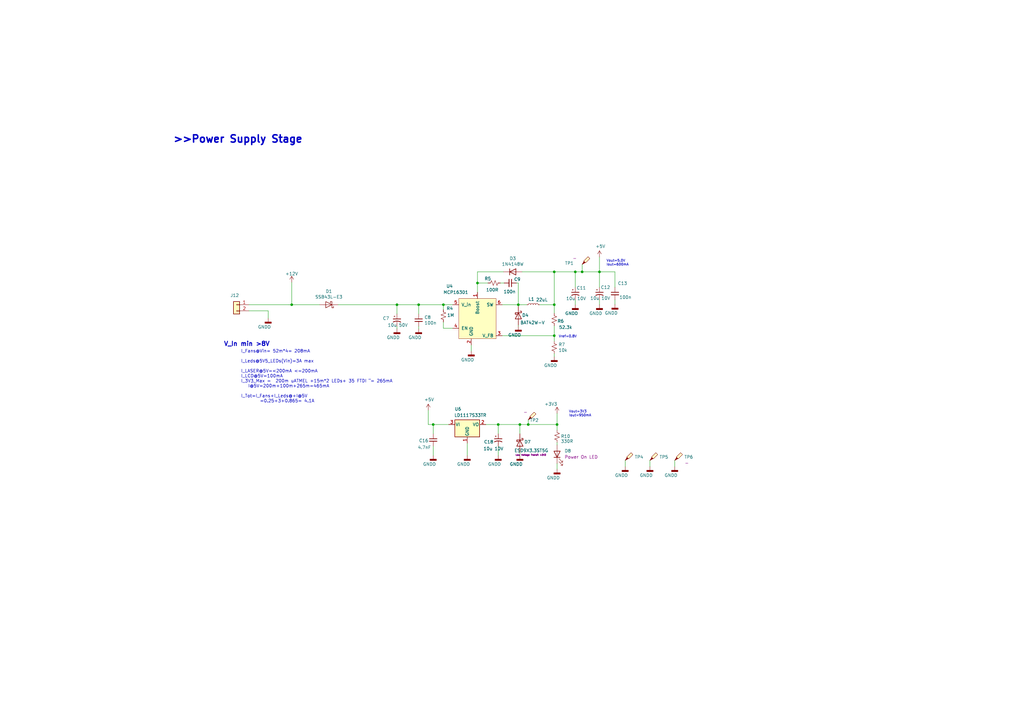
<source format=kicad_sch>
(kicad_sch (version 20211123) (generator eeschema)
  (paper "A3")
  (lib_symbols
    (symbol "Connector:TestPoint_Probe" (pin_numbers hide) (pin_names (offset 0.762) hide)
      (property "Reference" "TP" (at 1.651 5.842 0))
      (property "Value" "TestPoint_Probe" (at 1.651 4.064 0))
      (symbol "TestPoint_Probe_0_1"
        (polyline (pts (xy 1.27 0.762) (xy 0 0) (xy 0.762 1.27) (xy 1.27 0.762)) (fill (type outline)))
        (polyline (pts (xy 1.397 0.635) (xy 0.635 1.397) (xy 2.413 3.175) (xy 3.175 2.413) (xy 1.397 0.635)) (fill (type background)))
      )
      (symbol "TestPoint_Probe_1_1"
        (pin passive line (at 0 0 90) (length 0) (name "1") (number "1"))
      )
    )
    (symbol "Connector_Generic:Conn_01x02" (pin_names (offset 1.016) hide)
      (property "Reference" "J" (at 0 2.54 0))
      (property "Value" "Conn_01x02" (at 0 -5.08 0))
      (symbol "Conn_01x02_1_1"
        (rectangle (start -1.27 -2.413) (end 0 -2.667) (stroke (width 0.1524)))
        (rectangle (start -1.27 0.127) (end 0 -0.127) (stroke (width 0.1524)))
        (rectangle (start -1.27 1.27) (end 1.27 -3.81) (stroke (width 0.254)) (fill (type background)))
        (pin passive line (at -5.08 0 0) (length 3.81) (name "Pin_1") (number "1"))
        (pin passive line (at -5.08 -2.54 0) (length 3.81) (name "Pin_2") (number "2"))
      )
    )
    (symbol "Device:C_Polarized_Small_US" (pin_numbers hide) (pin_names (offset 0.254) hide)
      (property "Reference" "C" (at 0.254 1.778 0))
      (property "Value" "C_Polarized_Small_US" (at 0.254 -2.032 0))
      (symbol "C_Polarized_Small_US_0_1"
        (polyline (pts (xy -1.524 0.508) (xy 1.524 0.508)) (stroke (width 0.3048)))
        (polyline (pts (xy -1.27 1.524) (xy -0.762 1.524)))
        (polyline (pts (xy -1.016 1.27) (xy -1.016 1.778)))
        (arc (start 1.524 -0.762) (mid 0 -0.3734) (end -1.524 -0.762) (stroke (width 0.3048)))
      )
      (symbol "C_Polarized_Small_US_1_1"
        (pin passive line (at 0 2.54 270) (length 2.032) (name "~") (number "1"))
        (pin passive line (at 0 -2.54 90) (length 2.032) (name "~") (number "2"))
      )
    )
    (symbol "Device:C_Small" (pin_numbers hide) (pin_names (offset 0.254) hide)
      (property "Reference" "C" (at 0.254 1.778 0))
      (property "Value" "C_Small" (at 0.254 -2.032 0))
      (symbol "C_Small_0_1"
        (polyline (pts (xy -1.524 -0.508) (xy 1.524 -0.508)) (stroke (width 0.3302)))
        (polyline (pts (xy -1.524 0.508) (xy 1.524 0.508)) (stroke (width 0.3048)))
      )
      (symbol "C_Small_1_1"
        (pin passive line (at 0 2.54 270) (length 2.032) (name "~") (number "1"))
        (pin passive line (at 0 -2.54 90) (length 2.032) (name "~") (number "2"))
      )
    )
    (symbol "Device:D" (pin_numbers hide) (pin_names (offset 1.016) hide)
      (property "Reference" "D" (at 0 2.54 0))
      (property "Value" "D" (at 0 -2.54 0))
      (symbol "D_0_1"
        (polyline (pts (xy -1.27 1.27) (xy -1.27 -1.27)) (stroke (width 0.254)))
        (polyline (pts (xy 1.27 0) (xy -1.27 0)))
        (polyline (pts (xy 1.27 1.27) (xy 1.27 -1.27) (xy -1.27 0) (xy 1.27 1.27)) (stroke (width 0.254)))
      )
      (symbol "D_1_1"
        (pin passive line (at -3.81 0 0) (length 2.54) (name "K") (number "1"))
        (pin passive line (at 3.81 0 180) (length 2.54) (name "A") (number "2"))
      )
    )
    (symbol "Device:D_Schottky" (pin_numbers hide) (pin_names (offset 1.016) hide)
      (property "Reference" "D" (at 0 2.54 0))
      (property "Value" "D_Schottky" (at 0 -2.54 0))
      (symbol "D_Schottky_0_1"
        (polyline (pts (xy 1.27 0) (xy -1.27 0)))
        (polyline (pts (xy 1.27 1.27) (xy 1.27 -1.27) (xy -1.27 0) (xy 1.27 1.27)) (stroke (width 0.254)))
        (polyline (pts (xy -1.905 0.635) (xy -1.905 1.27) (xy -1.27 1.27) (xy -1.27 -1.27) (xy -0.635 -1.27) (xy -0.635 -0.635)) (stroke (width 0.254)))
      )
      (symbol "D_Schottky_1_1"
        (pin passive line (at -3.81 0 0) (length 2.54) (name "K") (number "1"))
        (pin passive line (at 3.81 0 180) (length 2.54) (name "A") (number "2"))
      )
    )
    (symbol "Device:LED" (pin_numbers hide) (pin_names (offset 1.016) hide)
      (property "Reference" "D" (at 0 2.54 0))
      (property "Value" "LED" (at 0 -2.54 0))
      (symbol "LED_0_1"
        (polyline (pts (xy -1.27 -1.27) (xy -1.27 1.27)) (stroke (width 0.254)))
        (polyline (pts (xy -1.27 0) (xy 1.27 0)))
        (polyline (pts (xy 1.27 -1.27) (xy 1.27 1.27) (xy -1.27 0) (xy 1.27 -1.27)) (stroke (width 0.254)))
        (polyline (pts (xy -3.048 -0.762) (xy -4.572 -2.286) (xy -3.81 -2.286) (xy -4.572 -2.286) (xy -4.572 -1.524)))
        (polyline (pts (xy -1.778 -0.762) (xy -3.302 -2.286) (xy -2.54 -2.286) (xy -3.302 -2.286) (xy -3.302 -1.524)))
      )
      (symbol "LED_1_1"
        (pin passive line (at -3.81 0 0) (length 2.54) (name "K") (number "1"))
        (pin passive line (at 3.81 0 180) (length 2.54) (name "A") (number "2"))
      )
    )
    (symbol "Device:L_Small" (pin_numbers hide) (pin_names (offset 0.254) hide)
      (property "Reference" "L" (at 0.762 1.016 0))
      (property "Value" "L_Small" (at 0.762 -1.016 0))
      (symbol "L_Small_0_1"
        (arc (start 0 -2.032) (mid 0.508 -1.524) (end 0 -1.016))
        (arc (start 0 -1.016) (mid 0.508 -0.508) (end 0 0))
        (arc (start 0 0) (mid 0.508 0.508) (end 0 1.016))
        (arc (start 0 1.016) (mid 0.508 1.524) (end 0 2.032))
      )
      (symbol "L_Small_1_1"
        (pin passive line (at 0 2.54 270) (length 0.508) (name "~") (number "1"))
        (pin passive line (at 0 -2.54 90) (length 0.508) (name "~") (number "2"))
      )
    )
    (symbol "Device:R_Small_US" (pin_numbers hide) (pin_names (offset 0.254) hide)
      (property "Reference" "R" (at 0.762 0.508 0))
      (property "Value" "R_Small_US" (at 0.762 -1.016 0))
      (symbol "R_Small_US_1_1"
        (polyline (pts (xy 0 0) (xy 1.016 -0.381) (xy 0 -0.762) (xy -1.016 -1.143) (xy 0 -1.524)))
        (polyline (pts (xy 0 1.524) (xy 1.016 1.143) (xy 0 0.762) (xy -1.016 0.381) (xy 0 0)))
        (pin passive line (at 0 2.54 270) (length 1.016) (name "~") (number "1"))
        (pin passive line (at 0 -2.54 90) (length 1.016) (name "~") (number "2"))
      )
    )
    (symbol "Regulator_Linear:LD1117S33TR_SOT223" (pin_names (offset 0.254))
      (property "Reference" "U" (at -3.81 3.175 0))
      (property "Value" "LD1117S33TR_SOT223" (at 0 3.175 0))
      (symbol "LD1117S33TR_SOT223_0_1"
        (rectangle (start -5.08 -5.08) (end 5.08 1.905) (stroke (width 0.254)) (fill (type background)))
      )
      (symbol "LD1117S33TR_SOT223_1_1"
        (pin power_in line (at 0 -7.62 90) (length 2.54) (name "GND") (number "1"))
        (pin power_out line (at 7.62 0 180) (length 2.54) (name "VO") (number "2"))
        (pin power_in line (at -7.62 0 0) (length 2.54) (name "VI") (number "3"))
      )
    )
    (symbol "VestibularVR H1-module v1.0 LIB:MCP16301" (pin_names (offset 1.016))
      (property "Reference" "U4" (at -11.43 12.7 0))
      (property "Value" "MCP16301" (at -8.89 10.16 0))
      (symbol "MCP16301_0_1"
        (rectangle (start -7.62 7.62) (end 7.62 -8.89) (stroke (width 0.127)) (fill (type background)))
      )
      (symbol "MCP16301_1_1"
        (pin passive line (at 0 10.16 270) (length 2.54) (name "Boost") (number "1"))
        (pin input line (at -2.54 -11.43 90) (length 2.54) (name "GND") (number "2"))
        (pin input line (at 10.16 -7.62 180) (length 2.54) (name "V_FB") (number "3"))
        (pin input line (at -10.16 -4.572 0) (length 2.54) (name "EN") (number "4"))
        (pin passive line (at -10.16 5.08 0) (length 2.54) (name "V_in") (number "5"))
        (pin output line (at 10.16 5.08 180) (length 2.54) (name "SW") (number "6"))
      )
    )
    (symbol "VestibularVR H1-module v1.0 LIB:SSB43L-E3" (pin_numbers hide) (pin_names (offset 1.016) hide)
      (property "Reference" "D1" (at 0 5.4864 0))
      (property "Value" "SSB43L-E3" (at 0 3.175 0))
      (symbol "SSB43L-E3_0_1"
        (polyline (pts (xy 1.27 0) (xy -1.27 0)))
        (polyline (pts (xy 1.27 1.27) (xy 1.27 -1.27) (xy -1.27 0) (xy 1.27 1.27)) (stroke (width 0.2032)))
        (polyline (pts (xy -1.905 0.635) (xy -1.905 1.27) (xy -1.27 1.27) (xy -1.27 -1.27) (xy -0.635 -1.27) (xy -0.635 -0.635)) (stroke (width 0.2032)))
      )
      (symbol "SSB43L-E3_1_1"
        (pin passive line (at -3.81 0 0) (length 2.54) (name "K") (number "1"))
        (pin passive line (at 3.81 0 180) (length 2.54) (name "A") (number "2"))
      )
    )
    (symbol "power:+12V" (power) (pin_names (offset 0))
      (property "Value" "+12V" (at 0 3.556 0))
      (symbol "+12V_0_1"
        (polyline (pts (xy -0.762 1.27) (xy 0 2.54)))
        (polyline (pts (xy 0 0) (xy 0 2.54)))
        (polyline (pts (xy 0 2.54) (xy 0.762 1.27)))
      )
      (symbol "+12V_1_1"
        (pin power_in line (at 0 0 90) (length 0) hide (name "+12V") (number "1"))
      )
    )
    (symbol "power:+3V3" (power) (pin_names (offset 0))
      (property "Value" "+3V3" (at 0 3.556 0))
      (symbol "+3V3_0_1"
        (polyline (pts (xy -0.762 1.27) (xy 0 2.54)))
        (polyline (pts (xy 0 0) (xy 0 2.54)))
        (polyline (pts (xy 0 2.54) (xy 0.762 1.27)))
      )
      (symbol "+3V3_1_1"
        (pin power_in line (at 0 0 90) (length 0) hide (name "+3V3") (number "1"))
      )
    )
    (symbol "power:+5V" (power) (pin_names (offset 0))
      (property "Value" "+5V" (at 0 3.556 0))
      (symbol "+5V_0_1"
        (polyline (pts (xy -0.762 1.27) (xy 0 2.54)))
        (polyline (pts (xy 0 0) (xy 0 2.54)))
        (polyline (pts (xy 0 2.54) (xy 0.762 1.27)))
      )
      (symbol "+5V_1_1"
        (pin power_in line (at 0 0 90) (length 0) hide (name "+5V") (number "1"))
      )
    )
    (symbol "power:GNDD" (power) (pin_names (offset 0))
      (property "Value" "GNDD" (at 0 -3.175 0))
      (symbol "GNDD_0_1"
        (rectangle (start -1.27 -1.524) (end 1.27 -2.032) (stroke (width 0.254)) (fill (type outline)))
        (polyline (pts (xy 0 0) (xy 0 -1.524)))
      )
      (symbol "GNDD_1_1"
        (pin power_in line (at 0 0 270) (length 0) hide (name "GNDD") (number "1"))
      )
    )
  )
  (junction (at 216.662 174.117))
  (junction (at 227.33 137.668))
  (junction (at 177.673 174.117))
  (junction (at 195.834 116.078))
  (junction (at 181.864 124.968))
  (junction (at 213.233 174.117))
  (junction (at 238.76 111.506))
  (junction (at 171.704 124.968))
  (junction (at 212.598 124.968))
  (junction (at 204.343 174.117))
  (junction (at 228.473 174.117))
  (junction (at 227.33 124.968))
  (junction (at 227.33 111.506))
  (junction (at 162.814 124.968))
  (junction (at 245.872 111.506))
  (junction (at 119.634 124.968))
  (junction (at 235.966 111.506))
  (wire (pts (xy 119.634 124.968) (xy 102.108 124.968)))
  (wire (pts (xy 256.413 191.389) (xy 256.413 188.849)))
  (wire (pts (xy 212.598 124.968) (xy 216.154 124.968)))
  (wire (pts (xy 238.76 111.506) (xy 245.872 111.506)))
  (wire (pts (xy 181.864 134.62) (xy 181.864 132.08)))
  (wire (pts (xy 227.33 137.668) (xy 227.33 133.604)))
  (wire (pts (xy 235.966 124.968) (xy 235.966 122.936)))
  (wire (pts (xy 119.634 124.968) (xy 131.064 124.968)))
  (wire (pts (xy 252.222 111.506) (xy 245.872 111.506)))
  (wire (pts (xy 171.704 124.968) (xy 181.864 124.968)))
  (wire (pts (xy 227.33 128.524) (xy 227.33 124.968)))
  (wire (pts (xy 213.233 174.117) (xy 216.662 174.117)))
  (wire (pts (xy 199.263 174.117) (xy 204.343 174.117)))
  (wire (pts (xy 138.684 124.968) (xy 162.814 124.968)))
  (wire (pts (xy 175.641 174.117) (xy 177.673 174.117)))
  (wire (pts (xy 211.836 116.078) (xy 212.598 116.078)))
  (wire (pts (xy 228.473 182.499) (xy 228.473 181.483)))
  (wire (pts (xy 162.814 128.778) (xy 162.814 124.968)))
  (wire (pts (xy 245.872 122.936) (xy 245.872 124.968)))
  (wire (pts (xy 212.598 116.078) (xy 212.598 124.968)))
  (wire (pts (xy 276.733 191.389) (xy 276.733 188.849)))
  (wire (pts (xy 102.108 127.508) (xy 109.982 127.508)))
  (wire (pts (xy 245.872 111.506) (xy 245.872 117.856)))
  (wire (pts (xy 177.673 174.117) (xy 184.023 174.117)))
  (wire (pts (xy 109.982 127.508) (xy 109.982 130.556)))
  (wire (pts (xy 216.662 172.212) (xy 216.662 174.117)))
  (wire (pts (xy 204.343 177.927) (xy 204.343 174.117)))
  (wire (pts (xy 171.704 134.874) (xy 171.704 133.858)))
  (wire (pts (xy 216.662 174.117) (xy 228.473 174.117)))
  (wire (pts (xy 195.834 111.506) (xy 206.502 111.506)))
  (wire (pts (xy 245.872 105.41) (xy 245.872 111.506)))
  (wire (pts (xy 228.473 169.545) (xy 228.473 174.117)))
  (wire (pts (xy 213.233 174.117) (xy 213.233 177.927)))
  (wire (pts (xy 181.864 127) (xy 181.864 124.968)))
  (wire (pts (xy 185.674 134.62) (xy 181.864 134.62)))
  (wire (pts (xy 175.641 168.275) (xy 175.641 174.117)))
  (wire (pts (xy 177.673 177.927) (xy 177.673 174.117)))
  (wire (pts (xy 238.76 108.458) (xy 238.76 111.506)))
  (wire (pts (xy 227.33 146.304) (xy 227.33 145.034)))
  (wire (pts (xy 204.343 174.117) (xy 213.233 174.117)))
  (wire (pts (xy 162.814 124.968) (xy 171.704 124.968)))
  (wire (pts (xy 205.994 137.668) (xy 227.33 137.668)))
  (wire (pts (xy 191.643 181.737) (xy 191.643 186.817)))
  (wire (pts (xy 206.756 116.078) (xy 205.232 116.078)))
  (wire (pts (xy 212.598 125.73) (xy 212.598 124.968)))
  (wire (pts (xy 252.222 124.841) (xy 252.222 122.936)))
  (wire (pts (xy 227.33 111.506) (xy 235.966 111.506)))
  (wire (pts (xy 228.473 174.117) (xy 228.473 176.403)))
  (wire (pts (xy 227.33 139.954) (xy 227.33 137.668)))
  (wire (pts (xy 195.834 119.888) (xy 195.834 116.078)))
  (wire (pts (xy 171.704 128.778) (xy 171.704 124.968)))
  (wire (pts (xy 212.598 133.35) (xy 212.598 133.858)))
  (wire (pts (xy 177.673 186.817) (xy 177.673 183.007)))
  (wire (pts (xy 252.222 117.856) (xy 252.222 111.506)))
  (wire (pts (xy 228.473 192.405) (xy 228.473 190.119)))
  (wire (pts (xy 221.234 124.968) (xy 227.33 124.968)))
  (wire (pts (xy 214.122 111.506) (xy 227.33 111.506)))
  (wire (pts (xy 195.834 116.078) (xy 195.834 111.506)))
  (wire (pts (xy 193.294 144.018) (xy 193.294 141.478)))
  (wire (pts (xy 119.634 115.824) (xy 119.634 124.968)))
  (wire (pts (xy 227.33 124.968) (xy 227.33 111.506)))
  (wire (pts (xy 235.966 111.506) (xy 235.966 117.856)))
  (wire (pts (xy 213.233 186.817) (xy 213.233 185.547)))
  (wire (pts (xy 200.152 116.078) (xy 195.834 116.078)))
  (wire (pts (xy 235.966 111.506) (xy 238.76 111.506)))
  (wire (pts (xy 185.674 124.968) (xy 181.864 124.968)))
  (wire (pts (xy 205.994 124.968) (xy 212.598 124.968)))
  (wire (pts (xy 204.343 186.817) (xy 204.343 183.007)))
  (wire (pts (xy 266.573 191.389) (xy 266.573 188.849)))
  (wire (pts (xy 162.814 134.874) (xy 162.814 133.858)))
  (text "Vref=0.8V" (at 229.108 138.684 0) (effects (font (size 0.9906 0.9906)) (justify left bottom)))
  (text "Vout=5.0V \nIout=600mA" (at 248.666 109.22 0) (effects (font (size 0.9906 0.9906)) (justify left bottom)))
  (text "V_In min >8V\n" (at 110.744 142.24 180) (effects (font (size 1.8034 1.8034) (thickness 0.3607) bold) (justify right bottom)))
  (text "I_Fans@Vin= 52m*4= 208mA\n\nI_Leds@5V5_LEDs(Vin)=3A max\n\nI_LASER@5V=<200mA <=200mA\nI_LCD@5V=100mA\nI_3V3_Max =  200m uATMEL +15m*2 LEDs+ 35 FTDI ¨= 265mA \n   I@5V=200m+100m+265m=465mA\n\nI_Tot=I_Fans+I_Leds@+I@5V\n        =0.25+3+0.865= 4.1A\n\n" (at 98.806 167.386 0) (effects (font (size 1.27 1.27)) (justify left bottom)))
  (text ">>Power Supply Stage" (at 70.866 58.928 0) (effects (font (size 2.9972 2.9972) (thickness 0.5994) bold) (justify left bottom)))
  (text "Vout=3V3\nIout=950mA" (at 233.299 171.069 0) (effects (font (size 0.9906 0.9906)) (justify left bottom)))
  (symbol (lib_id "power:GNDD") (at 245.872 124.968 0) (unit 1)
    (property "Reference" "#PWR046" (effects hide))
    (property "Value" "GNDD" (at 244.348 128.524 0))
  )
  (symbol (lib_id "power:GNDD") (at 256.413 191.389 0) (unit 1)
    (property "Reference" "#PWR061" (effects hide))
    (property "Value" "GNDD" (at 254.889 194.945 0))
  )
  (symbol (lib_id "Device:R_Small_US") (at 227.33 142.494 0) (unit 1)
    (property "Reference" "R7" (at 229.0572 141.3256 0) (effects (justify left)))
    (property "Value" "10k" (at 229.0572 143.637 0) (effects (justify left)))
    (property "Footprint" "Resistor_SMD:R_0603_1608Metric" (effects hide))
    (property "Comment2" "-" (effects hide))
    (property "Comment" "-" (effects hide))
    (property "MnfctCode" "RC0603FR-0710KL" (effects hide))
    (property "Provider" "Mouser" (effects hide))
    (property "ProviderCode" "603-RC0603FR-0710KL" (effects hide))
    (property "Mnfct" "Yageo" (effects hide))
    (property "Description" "Thick Film Resistors - SMD 10K OHM 1%" (effects hide))
  )
  (symbol (lib_id "Device:D") (at 210.312 111.506 0) (unit 1)
    (property "Reference" "D3" (at 210.312 106.0196 0))
    (property "Value" "1N4148W" (at 210.312 108.331 0))
    (property "Footprint" "Diode_SMD:D_SOD-123" (effects hide))
    (property "Comment2" "-" (effects hide))
    (property "Comment" "Diodes - General Purpose, Power, Switching 100 Volt 500mA 4ns" (effects hide))
    (property "MnfctCode" "1N4148W-E3-18" (effects hide))
    (property "Provider" "Mouser" (effects hide))
    (property "ProviderCode" "78-1N4148W-E3-18" (effects hide))
    (property "Mnfct" "Vishay" (effects hide))
    (property "Description" "Diodes - General Purpose, Power, Switching 100 Volt 500mA 4ns" (effects hide))
  )
  (symbol (lib_id "power:GNDD") (at 266.573 191.389 0) (unit 1)
    (property "Reference" "#PWR062" (effects hide))
    (property "Value" "GNDD" (at 265.049 194.945 0))
  )
  (symbol (lib_id "Device:C_Polarized_Small_US") (at 235.966 120.396 0) (unit 1)
    (property "Reference" "C11" (at 236.474 118.11 0) (effects (justify left)))
    (property "Value" "10u 10V" (at 232.156 122.428 0) (effects (justify left)))
    (property "Footprint" "Capacitor_Tantalum_SMD:CP_EIA-3216-18_Kemet-A" (effects hide))
    (property "Comment" "Tantalum Capacitors - 10uF 10volts 20% A Case" (effects hide))
    (property "Comment2" "-" (effects hide))
    (property "MnfctCode" "T55A106M010C0300 " (effects hide))
    (property "Provider" "Mouser" (effects hide))
    (property "ProviderCode" "74-T55A106M010C0300" (effects hide))
    (property "Mnfct" "Vishay" (effects hide))
    (property "Description" "Tantalum Capacitors - Polymer SMD 10uF 10volts 20% A Case 300 Max. ESR" (effects hide))
  )
  (symbol (lib_id "Device:C_Small") (at 209.296 116.078 270) (unit 1)
    (property "Reference" "C9" (at 210.82 114.554 90) (effects (justify left)))
    (property "Value" "100n" (at 206.502 119.634 90) (effects (justify left)))
    (property "Footprint" "Capacitor_SMD:C_0603_1608Metric" (effects hide))
    (property "Comment2" "-" (effects hide))
    (property "Comment" "100n 50V" (effects hide))
    (property "MnfctCode" "CC603KRX7R9BB104" (effects hide))
    (property "Provider" "Mouser" (effects hide))
    (property "ProviderCode" "603-CC603KRX7R9BB104" (effects hide))
    (property "Mnfct" "Yageo" (effects hide))
    (property "Description" "Multilayer Ceramic Capacitors MLCC - SMD/SMT 100nF 50V X7R 10%" (effects hide))
  )
  (symbol (lib_id "Device:C_Small") (at 177.673 180.467 0) (unit 1)
    (property "Reference" "C16" (at 171.831 180.721 0) (effects (justify left)))
    (property "Value" "4.7nF" (at 171.323 183.515 0) (effects (justify left)))
    (property "Footprint" "Capacitor_SMD:C_0603_1608Metric" (effects hide))
    (property "Comment2" "-" (effects hide))
    (property "Comment" "4.7nF 50V X7R 10%" (effects hide))
    (property "MnfctCode" "06035C472KAT2A" (effects hide))
    (property "Provider" "Mouser" (effects hide))
    (property "ProviderCode" "581-06035C472K" (effects hide))
    (property "Mnfct" "AVX" (effects hide))
    (property "Description" "Multilayer Ceramic Capacitors MLCC - SMD/SMT 50V 4700pF X7R 0603 10%" (effects hide))
  )
  (symbol (lib_id "Connector:TestPoint_Probe") (at 276.733 188.849 0) (unit 1)
    (property "Reference" "TP6" (at 280.6192 187.452 0) (effects (justify left)))
    (property "Value" "TestPoint_Probe" (effects hide))
    (property "Footprint" "TestPoint:TestPoint_THTPad_D1.0mm_Drill0.5mm" (effects hide))
    (property "Comment2" "-" (at 281.686 189.865 0))
    (property "Comment" "GND TP" (effects hide))
    (property "MnfctCode" "-" (effects hide))
    (property "Provider" "-" (effects hide))
    (property "ProviderCode" "-" (effects hide))
    (property "Mnfct" "-" (effects hide))
    (property "Description" "TestPoint" (effects hide))
  )
  (symbol (lib_id "power:GNDD") (at 191.643 186.817 0) (unit 1)
    (property "Reference" "#PWR054" (effects hide))
    (property "Value" "GNDD" (at 190.119 190.373 0))
  )
  (symbol (lib_id "Device:R_Small_US") (at 228.473 178.943 0) (unit 1)
    (property "Reference" "R10" (at 229.997 178.943 0) (effects (justify left)))
    (property "Value" "330R" (at 229.997 180.975 0) (effects (justify left)))
    (property "Footprint" "Resistor_SMD:R_0603_1608Metric" (effects hide))
    (property "Comment2" "-" (effects hide))
    (property "Comment" "-" (effects hide))
    (property "MnfctCode" "031-6575" (effects hide))
    (property "Provider" "Mouser" (effects hide))
    (property "ProviderCode" "71-CRCW0603330RFKEAC" (effects hide))
    (property "Mnfct" "Vishay" (effects hide))
    (property "Description" "Thick Film Resistors - SMD 220 OHM 1% " (effects hide))
  )
  (symbol (lib_id "power:GNDD") (at 235.966 124.968 0) (unit 1)
    (property "Reference" "#PWR043" (effects hide))
    (property "Value" "GNDD" (at 234.442 128.524 0))
  )
  (symbol (lib_id "VestibularVR H1-module v1.0 LIB:SSB43L-E3") (at 134.874 124.968 180) (unit 1)
    (property "Reference" "D1" (at 134.874 119.4816 0))
    (property "Value" "SSB43L-E3" (at 134.874 121.793 0))
    (property "Footprint" "Diode_SMD:D_SMB" (effects hide))
    (property "Comment" "-" (effects hide))
    (property "Description" "Schottky Diodes & Rectifiers 4.0 Amp 30 Volt" (effects hide))
    (property "MnfctCode" "SSB43L-E3/52T" (effects hide))
    (property "Provider" "Mouser" (effects hide))
    (property "ProviderCode" "625-SSB43L-E3" (effects hide))
    (property "Comment2" "-" (effects hide))
    (property "Mnfct" "Vishay" (effects hide))
  )
  (symbol (lib_id "power:GNDD") (at 193.294 144.018 0) (unit 1)
    (property "Reference" "#PWR038" (effects hide))
    (property "Value" "GNDD" (at 191.77 147.574 0))
  )
  (symbol (lib_id "Device:C_Small") (at 252.222 120.396 0) (unit 1)
    (property "Reference" "C13" (at 253.365 116.205 0) (effects (justify left)))
    (property "Value" "100n" (at 254 121.92 0) (effects (justify left)))
    (property "Footprint" "Capacitor_SMD:C_0603_1608Metric" (effects hide))
    (property "Comment2" "-" (effects hide))
    (property "Comment" "100n 50V" (effects hide))
    (property "MnfctCode" "CC603KRX7R9BB104" (effects hide))
    (property "Provider" "Mouser" (effects hide))
    (property "ProviderCode" "603-CC603KRX7R9BB104" (effects hide))
    (property "Mnfct" "Yageo" (effects hide))
    (property "Description" "Multilayer Ceramic Capacitors MLCC - SMD/SMT 100nF 50V X7R 10%" (effects hide))
  )
  (symbol (lib_id "power:GNDD") (at 227.33 146.304 0) (unit 1)
    (property "Reference" "#PWR042" (effects hide))
    (property "Value" "GNDD" (at 225.806 149.86 0))
  )
  (symbol (lib_id "power:+5V") (at 175.641 168.275 0) (unit 1)
    (property "Reference" "#PWR050" (effects hide))
    (property "Value" "+5V" (at 176.022 163.8808 0))
  )
  (symbol (lib_id "Regulator_Linear:LD1117S33TR_SOT223") (at 191.643 174.117 0) (unit 1)
    (property "Reference" "U6" (at 187.833 167.767 0))
    (property "Value" "LD1117S33TR" (at 192.913 170.307 0))
    (property "Footprint" "Package_TO_SOT_SMD:SOT-223-3_TabPin2" (effects hide))
    (property "Datasheet" "http://www.st.com/st-web-ui/static/active/en/resource/technical/document/datasheet/CD00000544.pdf" (effects hide))
    (property "Comment" "LDO Vout=3V3; Iout=800mA" (effects hide))
    (property "Comment2" "-" (effects hide))
    (property "MnfctCode" "LD1117S33TR " (effects hide))
    (property "Provider" "Mouser" (effects hide))
    (property "ProviderCode" "511-LD1117S33" (effects hide))
    (property "Mnfct" "STMicroelectronics" (effects hide))
    (property "Description" "LDO Voltage Regulators 3.3V 0.8A Positive" (effects hide))
  )
  (symbol (lib_id "power:GNDD") (at 109.982 130.556 0) (unit 1)
    (property "Reference" "#PWR035" (effects hide))
    (property "Value" "GNDD" (at 108.458 134.112 0))
  )
  (symbol (lib_id "Connector:TestPoint_Probe") (at 238.76 108.458 0) (unit 1)
    (property "Reference" "TP1" (at 231.648 107.95 0) (effects (justify left)))
    (property "Value" "TestPoint_Probe" (effects hide))
    (property "Footprint" "TestPoint:TestPoint_THTPad_D1.0mm_Drill0.5mm" (effects hide))
    (property "Comment2" "-" (at 235.712 105.918 0))
    (property "Comment" "5V TP" (effects hide))
    (property "MnfctCode" "-" (effects hide))
    (property "Provider" "-" (effects hide))
    (property "ProviderCode" "-" (effects hide))
    (property "Mnfct" "-" (effects hide))
    (property "Description" "TestPoint" (effects hide))
  )
  (symbol (lib_id "Device:C_Polarized_Small_US") (at 245.872 120.396 0) (unit 1)
    (property "Reference" "C12" (at 246.38 117.856 0) (effects (justify left)))
    (property "Value" "10u 10V" (at 242.062 122.301 0) (effects (justify left)))
    (property "Footprint" "Capacitor_Tantalum_SMD:CP_EIA-3216-18_Kemet-A" (effects hide))
    (property "Comment" "Tantalum Capacitors - 10uF 10volts 20% A Case" (effects hide))
    (property "Comment2" "-" (effects hide))
    (property "MnfctCode" "T55A106M010C0300 " (effects hide))
    (property "Provider" "Mouser" (effects hide))
    (property "ProviderCode" "74-T55A106M010C0300" (effects hide))
    (property "Mnfct" "Vishay" (effects hide))
    (property "Description" "Tantalum Capacitors - Polymer SMD 10uF 10volts 20% A Case 300 Max. ESR" (effects hide))
  )
  (symbol (lib_id "power:GNDD") (at 204.343 186.817 0) (unit 1)
    (property "Reference" "#PWR055" (effects hide))
    (property "Value" "GNDD" (at 202.819 190.373 0))
  )
  (symbol (lib_id "VestibularVR H1-module v1.0 LIB:MCP16301") (at 195.834 130.048 0) (unit 1)
    (property "Reference" "U4" (at 184.404 117.348 0))
    (property "Value" "MCP16301" (at 186.944 119.888 0))
    (property "Footprint" "Package_TO_SOT_SMD:SOT-23-6_Handsoldering" (effects hide))
    (property "Comment" "Switching Controllers 30V Input buck Switching Reg 600 mA" (effects hide))
    (property "Comment2" "-" (effects hide))
    (property "MnfctCode" "MCP16301T-I/CHY" (effects hide))
    (property "Provider" "Mouser" (effects hide))
    (property "ProviderCode" "579-MCP16301T-I/CHY" (effects hide))
    (property "Mnfct" "Microchip" (effects hide))
    (property "Description" "Switching Controllers 30V Input buck Switching Reg 600 mA" (effects hide))
  )
  (symbol (lib_id "Device:R_Small_US") (at 181.864 129.54 0) (unit 1)
    (property "Reference" "R4" (at 183.134 126.492 0) (effects (justify left)))
    (property "Value" "1M" (at 183.388 129.286 0) (effects (justify left)))
    (property "Footprint" "Resistor_SMD:R_0603_1608Metric" (effects hide))
    (property "Comment2" "-" (effects hide))
    (property "Comment" "-" (effects hide))
    (property "MnfctCode" "RC0603FR-071ML" (effects hide))
    (property "Provider" "Mouser" (effects hide))
    (property "ProviderCode" "603-RC0603FR-071ML" (effects hide))
    (property "Mnfct" "Yageo" (effects hide))
    (property "Description" "Thick Film Resistors - SMD 1M OHM 1%" (effects hide))
  )
  (symbol (lib_id "power:GNDD") (at 162.814 134.874 0) (unit 1)
    (property "Reference" "#PWR036" (effects hide))
    (property "Value" "GNDD" (at 161.29 138.43 0))
  )
  (symbol (lib_id "Connector:TestPoint_Probe") (at 266.573 188.849 0) (unit 1)
    (property "Reference" "TP5" (at 270.4592 187.452 0) (effects (justify left)))
    (property "Value" "TestPoint_Probe" (effects hide))
    (property "Footprint" "TestPoint:TestPoint_THTPad_D1.0mm_Drill0.5mm" (effects hide))
    (property "Comment2" "-" (effects hide))
    (property "Comment" "GND TP" (effects hide))
    (property "MnfctCode" "-" (effects hide))
    (property "Provider" "-" (effects hide))
    (property "ProviderCode" "-" (effects hide))
    (property "Mnfct" "-" (effects hide))
    (property "Description" "TestPoint" (effects hide))
  )
  (symbol (lib_id "Device:C_Polarized_Small_US") (at 162.814 131.318 0) (unit 1)
    (property "Reference" "C7" (at 156.972 130.556 0) (effects (justify left)))
    (property "Value" "10u 50V" (at 159.004 133.35 0) (effects (justify left)))
    (property "Footprint" "Capacitor_Tantalum_SMD:CP_EIA-7343-20_Kemet-V_Pad2.25x2.55mm_HandSolder" (effects hide))
    (property "Comment" "10u 50V 20%" (effects hide))
    (property "Comment2" "-" (effects hide))
    (property "MnfctCode" "T521D106M050ATE090 " (effects hide))
    (property "Provider" "Mouser" (effects hide))
    (property "ProviderCode" "80-T521D106M50ATE90" (effects hide))
    (property "Mnfct" "AVX" (effects hide))
    (property "Description" "Tantalum Capacitors - Polymer SMD 50V 10uF 2917 20% ESR=90mOhms" (effects hide))
  )
  (symbol (lib_id "Device:D_Schottky") (at 212.598 129.54 270) (unit 1)
    (property "Reference" "D4" (at 214.122 129.286 90) (effects (justify left)))
    (property "Value" "BAT42W-V" (at 213.36 132.334 90) (effects (justify left)))
    (property "Footprint" "Diode_SMD:D_SOD-123" (effects hide))
    (property "Comment" "ESD Protection Diode" (effects hide))
    (property "Comment2" "-" (effects hide))
    (property "MnfctCode" "BAT42W-G3-08" (effects hide))
    (property "Provider" "Mouser" (effects hide))
    (property "ProviderCode" "78-BAT42W-G3-08" (effects hide))
    (property "Mnfct" "Vishay" (effects hide))
    (property "Description" "Schottky Diodes & Rectifiers 30Volt 200mA 4A IFSM" (effects hide))
  )
  (symbol (lib_id "Connector:TestPoint_Probe") (at 256.413 188.849 0) (unit 1)
    (property "Reference" "TP4" (at 260.2738 187.452 0) (effects (justify left)))
    (property "Value" "TestPoint_Probe" (effects hide))
    (property "Footprint" "TestPoint:TestPoint_THTPad_D1.0mm_Drill0.5mm" (effects hide))
    (property "Comment2" "-" (effects hide))
    (property "Comment" "TestPoint" (effects hide))
    (property "MnfctCode" "-" (effects hide))
    (property "Provider" "-" (effects hide))
    (property "ProviderCode" "-" (effects hide))
    (property "Mnfct" "-" (effects hide))
    (property "Description" "TestPoint" (effects hide))
  )
  (symbol (lib_id "power:GNDD") (at 171.704 134.874 0) (unit 1)
    (property "Reference" "#PWR037" (effects hide))
    (property "Value" "GNDD" (at 170.18 138.43 0))
  )
  (symbol (lib_id "power:GNDD") (at 212.598 133.858 0) (unit 1)
    (property "Reference" "#PWR039" (effects hide))
    (property "Value" "GNDD" (at 211.074 137.414 0))
  )
  (symbol (lib_id "Device:D_Schottky") (at 213.233 181.737 270) (unit 1)
    (property "Reference" "D7" (at 215.011 181.229 90) (effects (justify left)))
    (property "Value" "ESD9X3.3ST5G" (at 210.947 184.785 90) (effects (justify left)))
    (property "Footprint" "Diode_SMD:D_SOD-523" (effects hide))
    (property "Comment" "Low Voltage Transil =3V3" (at 211.455 186.563 90) (effects (font (size 0.635 0.635)) (justify left)))
    (property "Comment2" "-" (effects hide))
    (property "MnfctCode" "ESD9X3.3ST5G" (effects hide))
    (property "Provider" "Mouser" (effects hide))
    (property "ProviderCode" "863-ESD9X3.3ST5G" (effects hide))
    (property "Mnfct" "ON Semiconductor" (effects hide))
    (property "Description" "ESD Suppressors / TVS Diodes SOD-923 ESD PROT" (effects hide))
  )
  (symbol (lib_id "power:+5V") (at 245.872 105.41 0) (unit 1)
    (property "Reference" "#PWR045" (effects hide))
    (property "Value" "+5V" (at 246.253 101.0158 0))
  )
  (symbol (lib_id "power:+3V3") (at 228.473 169.545 0) (unit 1)
    (property "Reference" "#PWR058" (effects hide))
    (property "Value" "+3V3" (at 225.933 165.735 0))
  )
  (symbol (lib_id "Device:R_Small_US") (at 227.33 131.064 0) (unit 1)
    (property "Reference" "R6" (at 228.6 131.699 0) (effects (justify left)))
    (property "Value" "52.3k" (at 229.235 134.239 0) (effects (justify left)))
    (property "Footprint" "Resistor_SMD:R_0603_1608Metric" (effects hide))
    (property "Comment2" "-" (effects hide))
    (property "Comment" "-" (effects hide))
    (property "MnfctCode" "RC0603FR-0752K3L" (effects hide))
    (property "Provider" "Mouser" (effects hide))
    (property "ProviderCode" "603-RC0603FR-0752K3L" (effects hide))
    (property "Mnfct" "Yageo" (effects hide))
    (property "Description" "Thick Film Resistors - SMD 52.3K OHM 1%" (effects hide))
  )
  (symbol (lib_id "Device:LED") (at 228.473 186.309 90) (unit 1)
    (property "Reference" "D8" (at 231.521 184.912 90) (effects (justify right)))
    (property "Value" "GREEN LED" (effects hide))
    (property "Footprint" "LED_SMD:LED_0603_1608Metric" (effects hide))
    (property "Comment2" "-" (effects hide))
    (property "Comment" "Power On LED" (at 238.379 187.452 90))
    (property "MnfctCode" "TLMP1100-GS08" (effects hide))
    (property "Provider" "Mouser" (effects hide))
    (property "ProviderCode" "78-TLMP1100-GS08" (effects hide))
    (property "Mnfct" "Vishay" (effects hide))
    (property "Description" "-" (effects hide))
  )
  (symbol (lib_id "Connector:TestPoint_Probe") (at 216.662 172.212 0) (unit 1)
    (property "Reference" "TP2" (at 217.297 172.339 0) (effects (justify left)))
    (property "Value" "TestPoint_Probe" (effects hide))
    (property "Footprint" "TestPoint:TestPoint_THTPad_D1.0mm_Drill0.5mm" (effects hide))
    (property "Comment2" "-" (at 215.519 169.037 0))
    (property "Comment" "3V3 TP" (effects hide))
    (property "MnfctCode" "-" (effects hide))
    (property "Provider" "-" (effects hide))
    (property "ProviderCode" "-" (effects hide))
    (property "Mnfct" "-" (effects hide))
    (property "Description" "TestPoint" (effects hide))
  )
  (symbol (lib_id "Device:R_Small_US") (at 202.692 116.078 90) (unit 1)
    (property "Reference" "R5" (at 201.422 114.3 90) (effects (justify left)))
    (property "Value" "100R" (at 204.47 118.872 90) (effects (justify left)))
    (property "Footprint" "Resistor_SMD:R_0603_1608Metric" (effects hide))
    (property "Comment2" "-" (effects hide))
    (property "Comment" "-" (effects hide))
    (property "MnfctCode" "AC0603FR-13100RL" (effects hide))
    (property "Provider" "Mouser" (effects hide))
    (property "ProviderCode" "603-AC0603FR-13100RL" (effects hide))
    (property "Mnfct" "Yageo" (effects hide))
    (property "Description" "Thick Film Resistors - SMD 100 ohm 1% 1/10W AEC-Q200" (effects hide))
  )
  (symbol (lib_id "Device:C_Polarized_Small_US") (at 204.343 180.467 0) (unit 1)
    (property "Reference" "C18" (at 198.501 181.229 0) (effects (justify left)))
    (property "Value" "10u 10V" (at 198.247 184.023 0) (effects (justify left)))
    (property "Footprint" "Capacitor_Tantalum_SMD:CP_EIA-3216-18_Kemet-A" (effects hide))
    (property "Comment" "Tantalum Capacitors - 10uF 10volts 20% A Case" (effects hide))
    (property "Comment2" "-" (effects hide))
    (property "MnfctCode" "T55A106M010C0300 " (effects hide))
    (property "Provider" "Mouser" (effects hide))
    (property "ProviderCode" "74-T55A106M010C0300" (effects hide))
    (property "Mnfct" "Vishay" (effects hide))
    (property "Description" "Tantalum Capacitors - Polymer SMD 10uF 10volts 20% A Case 300 Max. ESR" (effects hide))
  )
  (symbol (lib_id "power:GNDD") (at 228.473 192.405 0) (unit 1)
    (property "Reference" "#PWR059" (effects hide))
    (property "Value" "GNDD" (at 226.949 195.961 0))
  )
  (symbol (lib_id "power:GNDD") (at 177.673 186.817 0) (unit 1)
    (property "Reference" "#PWR051" (effects hide))
    (property "Value" "GNDD" (at 176.149 190.373 0))
  )
  (symbol (lib_id "Device:C_Small") (at 171.704 131.318 0) (unit 1)
    (property "Reference" "C8" (at 174.0408 130.1496 0) (effects (justify left)))
    (property "Value" "100n" (at 174.0408 132.461 0) (effects (justify left)))
    (property "Footprint" "Capacitor_SMD:C_0603_1608Metric" (effects hide))
    (property "Comment2" "-" (effects hide))
    (property "Comment" "100n 50V" (effects hide))
    (property "MnfctCode" "CC603KRX7R9BB104" (effects hide))
    (property "Provider" "Mouser" (effects hide))
    (property "ProviderCode" "603-CC603KRX7R9BB104" (effects hide))
    (property "Mnfct" "Yageo" (effects hide))
    (property "Description" "Multilayer Ceramic Capacitors MLCC - SMD/SMT 100nF 50V X7R 10%" (effects hide))
  )
  (symbol (lib_id "Connector_Generic:Conn_01x02") (at 97.028 124.968 0) (mirror y) (unit 1)
    (property "Reference" "J12" (at 98.044 121.158 0) (effects (justify left)))
    (property "Value" "PowerIn" (effects hide))
    (property "Footprint" "Connector_Phoenix_MC:PhoenixContact_MCV_1,5_2-G-3.5_1x02_P3.50mm_Vertical" (effects hide))
    (property "Comment2" "-" (effects hide))
    (property "Comment" "Main Power In" (effects hide))
    (property "MnfctCode" "1843606 " (effects hide))
    (property "Provider" "Mouser" (effects hide))
    (property "ProviderCode" "651-1843606" (effects hide))
    (property "Mnfct" "Phoenix Contact " (effects hide))
    (property "Description" "Pluggable Terminal Blocks 2 Pos 3.5mm pitch Through Hole Header" (effects hide))
  )
  (symbol (lib_id "power:GNDD") (at 252.222 124.841 0) (unit 1)
    (property "Reference" "#PWR047" (effects hide))
    (property "Value" "GNDD" (at 250.698 128.397 0))
  )
  (symbol (lib_id "power:GNDD") (at 276.733 191.389 0) (unit 1)
    (property "Reference" "#PWR063" (effects hide))
    (property "Value" "GNDD" (at 275.209 194.945 0))
  )
  (symbol (lib_id "power:GNDD") (at 213.233 186.817 0) (unit 1)
    (property "Reference" "#PWR057" (effects hide))
    (property "Value" "GNDD" (at 211.709 190.373 0))
  )
  (symbol (lib_id "power:+12V") (at 119.634 115.824 0) (mirror y) (unit 1)
    (property "Reference" "#PWR049" (effects hide))
    (property "Value" "+12V" (at 119.634 112.268 0))
  )
  (symbol (lib_id "Device:L_Small") (at 218.694 124.968 90) (unit 1)
    (property "Reference" "L1" (at 217.932 122.682 90))
    (property "Value" "22uL" (at 222.25 122.936 90))
    (property "Footprint" "Inductor_SMD:L_Coilcraft_XAL5030" (effects hide))
    (property "Comment" "Fixed Inductors 22uH 20% 830mA" (effects hide))
    (property "Comment2" "-" (effects hide))
    (property "MnfctCode" "IFSC1515AHER220M01 " (effects hide))
    (property "Provider" "Mouser" (effects hide))
    (property "ProviderCode" "70-IFSC1515AHER220M0" (effects hide))
    (property "Mnfct" "Vishay" (effects hide))
    (property "Description" "-" (effects hide))
  )
)
</source>
